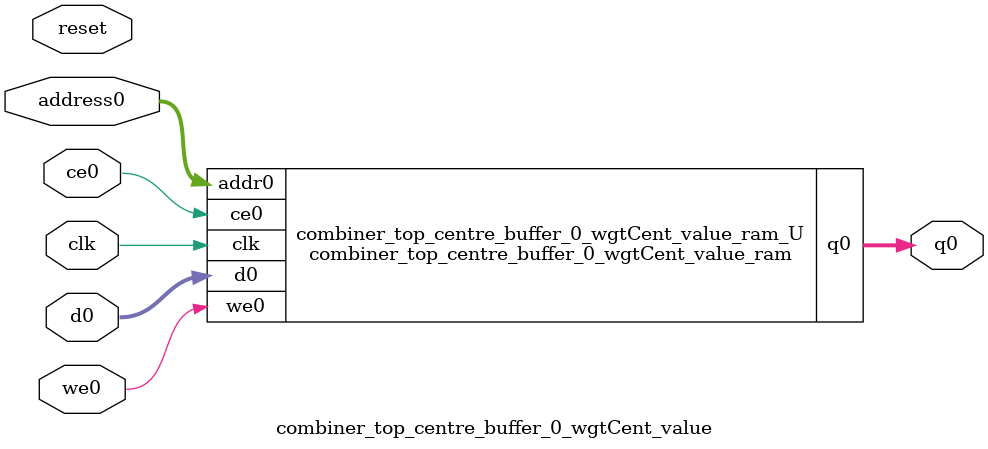
<source format=v>

`timescale 1 ns / 1 ps
module combiner_top_centre_buffer_0_wgtCent_value_ram (addr0, ce0, d0, we0, q0,  clk);

parameter DWIDTH = 32;
parameter AWIDTH = 8;
parameter MEM_SIZE = 256;

input[AWIDTH-1:0] addr0;
input ce0;
input[DWIDTH-1:0] d0;
input we0;
output reg[DWIDTH-1:0] q0;
input clk;

(* ram_style = "block" *)reg [DWIDTH-1:0] ram[MEM_SIZE-1:0];




always @(posedge clk)  
begin 
    if (ce0) 
    begin
        if (we0) 
        begin 
            ram[addr0] <= d0; 
            q0 <= d0;
        end 
        else 
            q0 <= ram[addr0];
    end
end


endmodule


`timescale 1 ns / 1 ps
module combiner_top_centre_buffer_0_wgtCent_value(
    reset,
    clk,
    address0,
    ce0,
    we0,
    d0,
    q0);

parameter DataWidth = 32'd32;
parameter AddressRange = 32'd256;
parameter AddressWidth = 32'd8;
input reset;
input clk;
input[AddressWidth - 1:0] address0;
input ce0;
input we0;
input[DataWidth - 1:0] d0;
output[DataWidth - 1:0] q0;




combiner_top_centre_buffer_0_wgtCent_value_ram combiner_top_centre_buffer_0_wgtCent_value_ram_U(
    .clk( clk ),
    .addr0( address0 ),
    .ce0( ce0 ),
    .d0( d0 ),
    .we0( we0 ),
    .q0( q0 ));

endmodule


</source>
